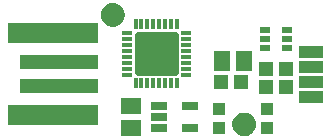
<source format=gbr>
G04 EAGLE Gerber RS-274X export*
G75*
%MOMM*%
%FSLAX34Y34*%
%LPD*%
%INSoldermask Top*%
%IPPOS*%
%AMOC8*
5,1,8,0,0,1.08239X$1,22.5*%
G01*
%ADD10R,7.703200X1.703200*%
%ADD11R,6.703200X1.203200*%
%ADD12R,2.003200X1.003200*%
%ADD13R,1.278200X1.203200*%
%ADD14C,1.203200*%
%ADD15C,0.500000*%
%ADD16R,1.443200X1.703200*%
%ADD17R,1.703200X1.443200*%
%ADD18R,1.103200X1.103200*%
%ADD19C,0.555478*%
%ADD20R,0.350000X0.900000*%
%ADD21R,0.900000X0.350000*%
%ADD22R,0.903200X0.553200*%
%ADD23R,1.403200X0.753200*%


D10*
X47530Y25325D03*
D11*
X52530Y50325D03*
X52530Y70325D03*
D10*
X47530Y95325D03*
D12*
X265630Y40950D03*
X265630Y53650D03*
X265630Y66350D03*
X265630Y79050D03*
D13*
X227230Y64790D03*
X244230Y64790D03*
D14*
X97790Y110490D03*
D15*
X97790Y117990D02*
X97609Y117988D01*
X97428Y117981D01*
X97247Y117970D01*
X97066Y117955D01*
X96886Y117935D01*
X96706Y117911D01*
X96527Y117883D01*
X96349Y117850D01*
X96172Y117813D01*
X95995Y117772D01*
X95820Y117727D01*
X95645Y117677D01*
X95472Y117623D01*
X95301Y117565D01*
X95130Y117503D01*
X94962Y117436D01*
X94795Y117366D01*
X94629Y117292D01*
X94466Y117213D01*
X94305Y117131D01*
X94145Y117045D01*
X93988Y116955D01*
X93833Y116861D01*
X93680Y116764D01*
X93530Y116662D01*
X93382Y116558D01*
X93236Y116449D01*
X93094Y116338D01*
X92954Y116222D01*
X92817Y116104D01*
X92682Y115982D01*
X92551Y115857D01*
X92423Y115729D01*
X92298Y115598D01*
X92176Y115463D01*
X92058Y115326D01*
X91942Y115186D01*
X91831Y115044D01*
X91722Y114898D01*
X91618Y114750D01*
X91516Y114600D01*
X91419Y114447D01*
X91325Y114292D01*
X91235Y114135D01*
X91149Y113975D01*
X91067Y113814D01*
X90988Y113651D01*
X90914Y113485D01*
X90844Y113318D01*
X90777Y113150D01*
X90715Y112979D01*
X90657Y112808D01*
X90603Y112635D01*
X90553Y112460D01*
X90508Y112285D01*
X90467Y112108D01*
X90430Y111931D01*
X90397Y111753D01*
X90369Y111574D01*
X90345Y111394D01*
X90325Y111214D01*
X90310Y111033D01*
X90299Y110852D01*
X90292Y110671D01*
X90290Y110490D01*
X97790Y117990D02*
X97971Y117988D01*
X98152Y117981D01*
X98333Y117970D01*
X98514Y117955D01*
X98694Y117935D01*
X98874Y117911D01*
X99053Y117883D01*
X99231Y117850D01*
X99408Y117813D01*
X99585Y117772D01*
X99760Y117727D01*
X99935Y117677D01*
X100108Y117623D01*
X100279Y117565D01*
X100450Y117503D01*
X100618Y117436D01*
X100785Y117366D01*
X100951Y117292D01*
X101114Y117213D01*
X101275Y117131D01*
X101435Y117045D01*
X101592Y116955D01*
X101747Y116861D01*
X101900Y116764D01*
X102050Y116662D01*
X102198Y116558D01*
X102344Y116449D01*
X102486Y116338D01*
X102626Y116222D01*
X102763Y116104D01*
X102898Y115982D01*
X103029Y115857D01*
X103157Y115729D01*
X103282Y115598D01*
X103404Y115463D01*
X103522Y115326D01*
X103638Y115186D01*
X103749Y115044D01*
X103858Y114898D01*
X103962Y114750D01*
X104064Y114600D01*
X104161Y114447D01*
X104255Y114292D01*
X104345Y114135D01*
X104431Y113975D01*
X104513Y113814D01*
X104592Y113651D01*
X104666Y113485D01*
X104736Y113318D01*
X104803Y113150D01*
X104865Y112979D01*
X104923Y112808D01*
X104977Y112635D01*
X105027Y112460D01*
X105072Y112285D01*
X105113Y112108D01*
X105150Y111931D01*
X105183Y111753D01*
X105211Y111574D01*
X105235Y111394D01*
X105255Y111214D01*
X105270Y111033D01*
X105281Y110852D01*
X105288Y110671D01*
X105290Y110490D01*
X105288Y110309D01*
X105281Y110128D01*
X105270Y109947D01*
X105255Y109766D01*
X105235Y109586D01*
X105211Y109406D01*
X105183Y109227D01*
X105150Y109049D01*
X105113Y108872D01*
X105072Y108695D01*
X105027Y108520D01*
X104977Y108345D01*
X104923Y108172D01*
X104865Y108001D01*
X104803Y107830D01*
X104736Y107662D01*
X104666Y107495D01*
X104592Y107329D01*
X104513Y107166D01*
X104431Y107005D01*
X104345Y106845D01*
X104255Y106688D01*
X104161Y106533D01*
X104064Y106380D01*
X103962Y106230D01*
X103858Y106082D01*
X103749Y105936D01*
X103638Y105794D01*
X103522Y105654D01*
X103404Y105517D01*
X103282Y105382D01*
X103157Y105251D01*
X103029Y105123D01*
X102898Y104998D01*
X102763Y104876D01*
X102626Y104758D01*
X102486Y104642D01*
X102344Y104531D01*
X102198Y104422D01*
X102050Y104318D01*
X101900Y104216D01*
X101747Y104119D01*
X101592Y104025D01*
X101435Y103935D01*
X101275Y103849D01*
X101114Y103767D01*
X100951Y103688D01*
X100785Y103614D01*
X100618Y103544D01*
X100450Y103477D01*
X100279Y103415D01*
X100108Y103357D01*
X99935Y103303D01*
X99760Y103253D01*
X99585Y103208D01*
X99408Y103167D01*
X99231Y103130D01*
X99053Y103097D01*
X98874Y103069D01*
X98694Y103045D01*
X98514Y103025D01*
X98333Y103010D01*
X98152Y102999D01*
X97971Y102992D01*
X97790Y102990D01*
X97609Y102992D01*
X97428Y102999D01*
X97247Y103010D01*
X97066Y103025D01*
X96886Y103045D01*
X96706Y103069D01*
X96527Y103097D01*
X96349Y103130D01*
X96172Y103167D01*
X95995Y103208D01*
X95820Y103253D01*
X95645Y103303D01*
X95472Y103357D01*
X95301Y103415D01*
X95130Y103477D01*
X94962Y103544D01*
X94795Y103614D01*
X94629Y103688D01*
X94466Y103767D01*
X94305Y103849D01*
X94145Y103935D01*
X93988Y104025D01*
X93833Y104119D01*
X93680Y104216D01*
X93530Y104318D01*
X93382Y104422D01*
X93236Y104531D01*
X93094Y104642D01*
X92954Y104758D01*
X92817Y104876D01*
X92682Y104998D01*
X92551Y105123D01*
X92423Y105251D01*
X92298Y105382D01*
X92176Y105517D01*
X92058Y105654D01*
X91942Y105794D01*
X91831Y105936D01*
X91722Y106082D01*
X91618Y106230D01*
X91516Y106380D01*
X91419Y106533D01*
X91325Y106688D01*
X91235Y106845D01*
X91149Y107005D01*
X91067Y107166D01*
X90988Y107329D01*
X90914Y107495D01*
X90844Y107662D01*
X90777Y107830D01*
X90715Y108001D01*
X90657Y108172D01*
X90603Y108345D01*
X90553Y108520D01*
X90508Y108695D01*
X90467Y108872D01*
X90430Y109049D01*
X90397Y109227D01*
X90369Y109406D01*
X90345Y109586D01*
X90325Y109766D01*
X90310Y109947D01*
X90299Y110128D01*
X90292Y110309D01*
X90290Y110490D01*
D14*
X209042Y17780D03*
D15*
X209042Y25280D02*
X208861Y25278D01*
X208680Y25271D01*
X208499Y25260D01*
X208318Y25245D01*
X208138Y25225D01*
X207958Y25201D01*
X207779Y25173D01*
X207601Y25140D01*
X207424Y25103D01*
X207247Y25062D01*
X207072Y25017D01*
X206897Y24967D01*
X206724Y24913D01*
X206553Y24855D01*
X206382Y24793D01*
X206214Y24726D01*
X206047Y24656D01*
X205881Y24582D01*
X205718Y24503D01*
X205557Y24421D01*
X205397Y24335D01*
X205240Y24245D01*
X205085Y24151D01*
X204932Y24054D01*
X204782Y23952D01*
X204634Y23848D01*
X204488Y23739D01*
X204346Y23628D01*
X204206Y23512D01*
X204069Y23394D01*
X203934Y23272D01*
X203803Y23147D01*
X203675Y23019D01*
X203550Y22888D01*
X203428Y22753D01*
X203310Y22616D01*
X203194Y22476D01*
X203083Y22334D01*
X202974Y22188D01*
X202870Y22040D01*
X202768Y21890D01*
X202671Y21737D01*
X202577Y21582D01*
X202487Y21425D01*
X202401Y21265D01*
X202319Y21104D01*
X202240Y20941D01*
X202166Y20775D01*
X202096Y20608D01*
X202029Y20440D01*
X201967Y20269D01*
X201909Y20098D01*
X201855Y19925D01*
X201805Y19750D01*
X201760Y19575D01*
X201719Y19398D01*
X201682Y19221D01*
X201649Y19043D01*
X201621Y18864D01*
X201597Y18684D01*
X201577Y18504D01*
X201562Y18323D01*
X201551Y18142D01*
X201544Y17961D01*
X201542Y17780D01*
X209042Y25280D02*
X209223Y25278D01*
X209404Y25271D01*
X209585Y25260D01*
X209766Y25245D01*
X209946Y25225D01*
X210126Y25201D01*
X210305Y25173D01*
X210483Y25140D01*
X210660Y25103D01*
X210837Y25062D01*
X211012Y25017D01*
X211187Y24967D01*
X211360Y24913D01*
X211531Y24855D01*
X211702Y24793D01*
X211870Y24726D01*
X212037Y24656D01*
X212203Y24582D01*
X212366Y24503D01*
X212527Y24421D01*
X212687Y24335D01*
X212844Y24245D01*
X212999Y24151D01*
X213152Y24054D01*
X213302Y23952D01*
X213450Y23848D01*
X213596Y23739D01*
X213738Y23628D01*
X213878Y23512D01*
X214015Y23394D01*
X214150Y23272D01*
X214281Y23147D01*
X214409Y23019D01*
X214534Y22888D01*
X214656Y22753D01*
X214774Y22616D01*
X214890Y22476D01*
X215001Y22334D01*
X215110Y22188D01*
X215214Y22040D01*
X215316Y21890D01*
X215413Y21737D01*
X215507Y21582D01*
X215597Y21425D01*
X215683Y21265D01*
X215765Y21104D01*
X215844Y20941D01*
X215918Y20775D01*
X215988Y20608D01*
X216055Y20440D01*
X216117Y20269D01*
X216175Y20098D01*
X216229Y19925D01*
X216279Y19750D01*
X216324Y19575D01*
X216365Y19398D01*
X216402Y19221D01*
X216435Y19043D01*
X216463Y18864D01*
X216487Y18684D01*
X216507Y18504D01*
X216522Y18323D01*
X216533Y18142D01*
X216540Y17961D01*
X216542Y17780D01*
X216540Y17599D01*
X216533Y17418D01*
X216522Y17237D01*
X216507Y17056D01*
X216487Y16876D01*
X216463Y16696D01*
X216435Y16517D01*
X216402Y16339D01*
X216365Y16162D01*
X216324Y15985D01*
X216279Y15810D01*
X216229Y15635D01*
X216175Y15462D01*
X216117Y15291D01*
X216055Y15120D01*
X215988Y14952D01*
X215918Y14785D01*
X215844Y14619D01*
X215765Y14456D01*
X215683Y14295D01*
X215597Y14135D01*
X215507Y13978D01*
X215413Y13823D01*
X215316Y13670D01*
X215214Y13520D01*
X215110Y13372D01*
X215001Y13226D01*
X214890Y13084D01*
X214774Y12944D01*
X214656Y12807D01*
X214534Y12672D01*
X214409Y12541D01*
X214281Y12413D01*
X214150Y12288D01*
X214015Y12166D01*
X213878Y12048D01*
X213738Y11932D01*
X213596Y11821D01*
X213450Y11712D01*
X213302Y11608D01*
X213152Y11506D01*
X212999Y11409D01*
X212844Y11315D01*
X212687Y11225D01*
X212527Y11139D01*
X212366Y11057D01*
X212203Y10978D01*
X212037Y10904D01*
X211870Y10834D01*
X211702Y10767D01*
X211531Y10705D01*
X211360Y10647D01*
X211187Y10593D01*
X211012Y10543D01*
X210837Y10498D01*
X210660Y10457D01*
X210483Y10420D01*
X210305Y10387D01*
X210126Y10359D01*
X209946Y10335D01*
X209766Y10315D01*
X209585Y10300D01*
X209404Y10289D01*
X209223Y10282D01*
X209042Y10280D01*
X208861Y10282D01*
X208680Y10289D01*
X208499Y10300D01*
X208318Y10315D01*
X208138Y10335D01*
X207958Y10359D01*
X207779Y10387D01*
X207601Y10420D01*
X207424Y10457D01*
X207247Y10498D01*
X207072Y10543D01*
X206897Y10593D01*
X206724Y10647D01*
X206553Y10705D01*
X206382Y10767D01*
X206214Y10834D01*
X206047Y10904D01*
X205881Y10978D01*
X205718Y11057D01*
X205557Y11139D01*
X205397Y11225D01*
X205240Y11315D01*
X205085Y11409D01*
X204932Y11506D01*
X204782Y11608D01*
X204634Y11712D01*
X204488Y11821D01*
X204346Y11932D01*
X204206Y12048D01*
X204069Y12166D01*
X203934Y12288D01*
X203803Y12413D01*
X203675Y12541D01*
X203550Y12672D01*
X203428Y12807D01*
X203310Y12944D01*
X203194Y13084D01*
X203083Y13226D01*
X202974Y13372D01*
X202870Y13520D01*
X202768Y13670D01*
X202671Y13823D01*
X202577Y13978D01*
X202487Y14135D01*
X202401Y14295D01*
X202319Y14456D01*
X202240Y14619D01*
X202166Y14785D01*
X202096Y14952D01*
X202029Y15120D01*
X201967Y15291D01*
X201909Y15462D01*
X201855Y15635D01*
X201805Y15810D01*
X201760Y15985D01*
X201719Y16162D01*
X201682Y16339D01*
X201649Y16517D01*
X201621Y16696D01*
X201597Y16876D01*
X201577Y17056D01*
X201562Y17237D01*
X201551Y17418D01*
X201544Y17599D01*
X201542Y17780D01*
D16*
X189890Y71120D03*
X208890Y71120D03*
D17*
X113030Y14630D03*
X113030Y33630D03*
D18*
X228780Y30860D03*
X228780Y14860D03*
X187780Y14860D03*
X187780Y30860D03*
D19*
X118881Y61731D02*
X118881Y93209D01*
X150359Y93209D01*
X150359Y61731D01*
X118881Y61731D01*
X118881Y67008D02*
X150359Y67008D01*
X150359Y72285D02*
X118881Y72285D01*
X118881Y77562D02*
X150359Y77562D01*
X150359Y82839D02*
X118881Y82839D01*
X118881Y88116D02*
X150359Y88116D01*
D20*
X152120Y102470D03*
X147120Y102470D03*
X142120Y102470D03*
X137120Y102470D03*
X132120Y102470D03*
X127120Y102470D03*
X122120Y102470D03*
X117120Y102470D03*
D21*
X109620Y94970D03*
X109620Y89970D03*
X109620Y84970D03*
X109620Y79970D03*
X109620Y74970D03*
X109620Y69970D03*
X109620Y64970D03*
X109620Y59970D03*
D20*
X117120Y52470D03*
X122120Y52470D03*
X127120Y52470D03*
X132120Y52470D03*
X137120Y52470D03*
X142120Y52470D03*
X147120Y52470D03*
X152120Y52470D03*
D21*
X159620Y59970D03*
X159620Y64970D03*
X159620Y69970D03*
X159620Y74970D03*
X159620Y79970D03*
X159620Y84970D03*
X159620Y89970D03*
X159620Y94970D03*
D22*
X245720Y82670D03*
X245720Y90170D03*
X245720Y97670D03*
X226720Y97670D03*
X226720Y90170D03*
X226720Y82670D03*
D13*
X244720Y49530D03*
X227720Y49530D03*
D23*
X136859Y33630D03*
X136859Y24130D03*
X136859Y14630D03*
X162861Y14630D03*
X162861Y33630D03*
D13*
X189620Y53340D03*
X206620Y53340D03*
M02*

</source>
